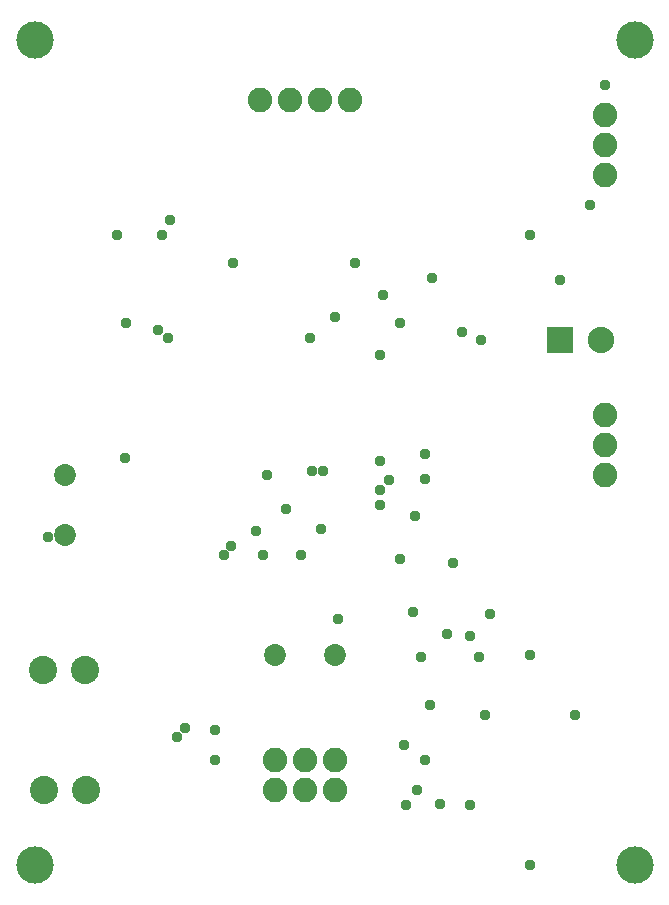
<source format=gbs>
G04 EAGLE Gerber RS-274X export*
G75*
%MOMM*%
%FSLAX34Y34*%
%LPD*%
%INBottom Soldermask*%
%IPPOS*%
%AMOC8*
5,1,8,0,0,1.08239X$1,22.5*%
G01*
%ADD10C,3.153200*%
%ADD11C,2.082800*%
%ADD12C,2.387600*%
%ADD13R,2.235200X2.235200*%
%ADD14C,2.235200*%
%ADD15C,1.854200*%
%ADD16C,0.959600*%


D10*
X254000Y76200D03*
X762000Y76200D03*
X762000Y774700D03*
X254000Y774700D03*
D11*
X457200Y139700D03*
X457200Y165100D03*
X482600Y139700D03*
X482600Y165100D03*
X508000Y139700D03*
X508000Y165100D03*
D12*
X297400Y139700D03*
X262400Y139700D03*
X261400Y241300D03*
X296400Y241300D03*
D13*
X698500Y520700D03*
D14*
X733500Y520700D03*
D11*
X444500Y723900D03*
X469900Y723900D03*
X495300Y723900D03*
X520700Y723900D03*
D15*
X279400Y355600D03*
X279400Y406400D03*
X508000Y254000D03*
X457200Y254000D03*
D11*
X736600Y660400D03*
X736600Y685800D03*
X736600Y711200D03*
X736600Y406400D03*
X736600Y431800D03*
X736600Y457200D03*
D16*
X525463Y585788D03*
X422275Y585788D03*
X361950Y609600D03*
X496888Y360363D03*
X441325Y358775D03*
X574675Y290513D03*
X450850Y406400D03*
X374650Y184150D03*
X608013Y331788D03*
X590550Y573088D03*
X406400Y165100D03*
X630238Y252413D03*
X588963Y211138D03*
X584200Y165100D03*
X563563Y334963D03*
X511175Y284163D03*
X554038Y401638D03*
X584200Y403225D03*
X420688Y346075D03*
X603250Y271463D03*
X368300Y622300D03*
X615950Y527050D03*
X631825Y520700D03*
X563563Y534988D03*
X577850Y139700D03*
X487363Y522288D03*
X723900Y635000D03*
X698500Y571500D03*
X673100Y609600D03*
X622300Y127000D03*
X549275Y558800D03*
X358775Y528638D03*
X488950Y409575D03*
X584200Y423863D03*
X596900Y127706D03*
X568607Y127000D03*
X498475Y409575D03*
X576263Y371475D03*
X406400Y190500D03*
X635000Y203200D03*
X330200Y420688D03*
X466725Y377825D03*
X479425Y338138D03*
X323850Y609600D03*
X508000Y539750D03*
X622300Y269875D03*
X265113Y354013D03*
X546100Y393700D03*
X546100Y417795D03*
X546100Y508000D03*
X736600Y736600D03*
X546100Y381000D03*
X414338Y338138D03*
X581025Y252413D03*
X447675Y338138D03*
X639763Y288925D03*
X711200Y203200D03*
X381000Y192088D03*
X566738Y177800D03*
X366713Y522288D03*
X673100Y76200D03*
X331788Y534988D03*
X673100Y254000D03*
M02*

</source>
